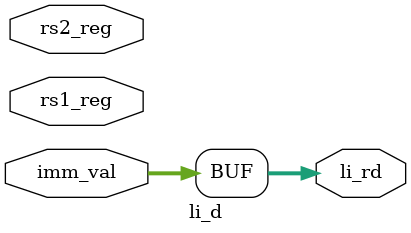
<source format=sv>
module li_d(rs1_reg,rs2_reg,imm_val,li_rd);
parameter N=16;

input [N-1:0] rs1_reg,rs2_reg;
input [N-1:0]imm_val;
output reg [N-1:0] li_rd;
always@(*)begin
	li_rd = imm_val;
end
endmodule


</source>
